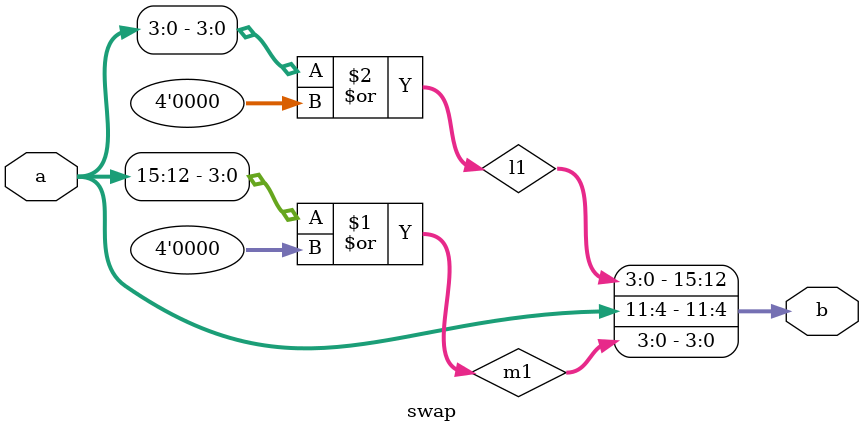
<source format=v>
module swap(a,b);
  input [15:0]a;
  output [15:0]b;
  wire [15:0]b;
  wire[3:0]m1,l1;
  assign m1=(a[15:12] | 4'b0000);
  assign l1=(a[3:0] | 4'b0000);
  assign b[15:12]=l1;
  assign b[11:4]=a[11:4];
  assign b[3:0]=m1;
endmodule

</source>
